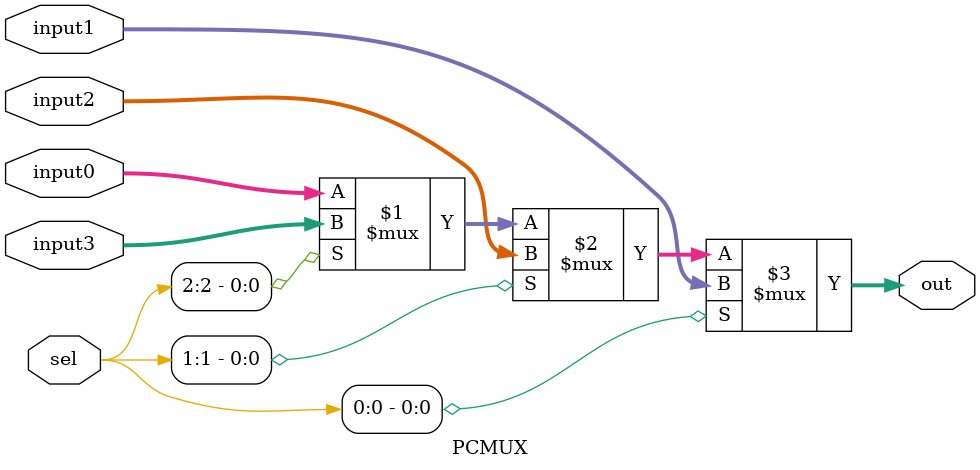
<source format=v>
`timescale 1ns / 1ps


module PCMUX(
        input [31:0] input0,
        input [31:0] input1, //jump
        input [31:0] input2, // beq
        input [31:0] input3, // jr address
        input [2:0] sel,
        output [31:0] out
    );

    assign out = (sel[0]? input1:(sel[1]?input2:(sel[2]?input3:input0)));

endmodule

</source>
